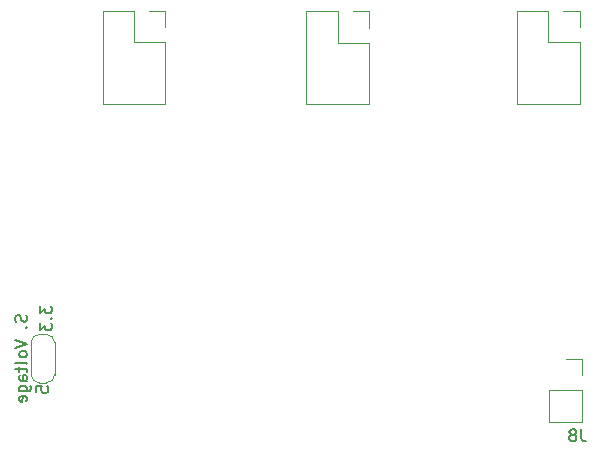
<source format=gbr>
%TF.GenerationSoftware,KiCad,Pcbnew,9.0.3*%
%TF.CreationDate,2025-08-23T19:54:00-03:00*%
%TF.ProjectId,TorqController,546f7271-436f-46e7-9472-6f6c6c65722e,rev?*%
%TF.SameCoordinates,Original*%
%TF.FileFunction,Legend,Bot*%
%TF.FilePolarity,Positive*%
%FSLAX46Y46*%
G04 Gerber Fmt 4.6, Leading zero omitted, Abs format (unit mm)*
G04 Created by KiCad (PCBNEW 9.0.3) date 2025-08-23 19:54:00*
%MOMM*%
%LPD*%
G01*
G04 APERTURE LIST*
%ADD10C,0.150000*%
%ADD11C,0.120000*%
G04 APERTURE END LIST*
D10*
X195133333Y-106054819D02*
X195133333Y-106769104D01*
X195133333Y-106769104D02*
X195180952Y-106911961D01*
X195180952Y-106911961D02*
X195276190Y-107007200D01*
X195276190Y-107007200D02*
X195419047Y-107054819D01*
X195419047Y-107054819D02*
X195514285Y-107054819D01*
X194514285Y-106483390D02*
X194609523Y-106435771D01*
X194609523Y-106435771D02*
X194657142Y-106388152D01*
X194657142Y-106388152D02*
X194704761Y-106292914D01*
X194704761Y-106292914D02*
X194704761Y-106245295D01*
X194704761Y-106245295D02*
X194657142Y-106150057D01*
X194657142Y-106150057D02*
X194609523Y-106102438D01*
X194609523Y-106102438D02*
X194514285Y-106054819D01*
X194514285Y-106054819D02*
X194323809Y-106054819D01*
X194323809Y-106054819D02*
X194228571Y-106102438D01*
X194228571Y-106102438D02*
X194180952Y-106150057D01*
X194180952Y-106150057D02*
X194133333Y-106245295D01*
X194133333Y-106245295D02*
X194133333Y-106292914D01*
X194133333Y-106292914D02*
X194180952Y-106388152D01*
X194180952Y-106388152D02*
X194228571Y-106435771D01*
X194228571Y-106435771D02*
X194323809Y-106483390D01*
X194323809Y-106483390D02*
X194514285Y-106483390D01*
X194514285Y-106483390D02*
X194609523Y-106531009D01*
X194609523Y-106531009D02*
X194657142Y-106578628D01*
X194657142Y-106578628D02*
X194704761Y-106673866D01*
X194704761Y-106673866D02*
X194704761Y-106864342D01*
X194704761Y-106864342D02*
X194657142Y-106959580D01*
X194657142Y-106959580D02*
X194609523Y-107007200D01*
X194609523Y-107007200D02*
X194514285Y-107054819D01*
X194514285Y-107054819D02*
X194323809Y-107054819D01*
X194323809Y-107054819D02*
X194228571Y-107007200D01*
X194228571Y-107007200D02*
X194180952Y-106959580D01*
X194180952Y-106959580D02*
X194133333Y-106864342D01*
X194133333Y-106864342D02*
X194133333Y-106673866D01*
X194133333Y-106673866D02*
X194180952Y-106578628D01*
X194180952Y-106578628D02*
X194228571Y-106531009D01*
X194228571Y-106531009D02*
X194323809Y-106483390D01*
X148157200Y-96383333D02*
X148204819Y-96526190D01*
X148204819Y-96526190D02*
X148204819Y-96764285D01*
X148204819Y-96764285D02*
X148157200Y-96859523D01*
X148157200Y-96859523D02*
X148109580Y-96907142D01*
X148109580Y-96907142D02*
X148014342Y-96954761D01*
X148014342Y-96954761D02*
X147919104Y-96954761D01*
X147919104Y-96954761D02*
X147823866Y-96907142D01*
X147823866Y-96907142D02*
X147776247Y-96859523D01*
X147776247Y-96859523D02*
X147728628Y-96764285D01*
X147728628Y-96764285D02*
X147681009Y-96573809D01*
X147681009Y-96573809D02*
X147633390Y-96478571D01*
X147633390Y-96478571D02*
X147585771Y-96430952D01*
X147585771Y-96430952D02*
X147490533Y-96383333D01*
X147490533Y-96383333D02*
X147395295Y-96383333D01*
X147395295Y-96383333D02*
X147300057Y-96430952D01*
X147300057Y-96430952D02*
X147252438Y-96478571D01*
X147252438Y-96478571D02*
X147204819Y-96573809D01*
X147204819Y-96573809D02*
X147204819Y-96811904D01*
X147204819Y-96811904D02*
X147252438Y-96954761D01*
X148109580Y-97383333D02*
X148157200Y-97430952D01*
X148157200Y-97430952D02*
X148204819Y-97383333D01*
X148204819Y-97383333D02*
X148157200Y-97335714D01*
X148157200Y-97335714D02*
X148109580Y-97383333D01*
X148109580Y-97383333D02*
X148204819Y-97383333D01*
X147204819Y-98478571D02*
X148204819Y-98811904D01*
X148204819Y-98811904D02*
X147204819Y-99145237D01*
X148204819Y-99621428D02*
X148157200Y-99526190D01*
X148157200Y-99526190D02*
X148109580Y-99478571D01*
X148109580Y-99478571D02*
X148014342Y-99430952D01*
X148014342Y-99430952D02*
X147728628Y-99430952D01*
X147728628Y-99430952D02*
X147633390Y-99478571D01*
X147633390Y-99478571D02*
X147585771Y-99526190D01*
X147585771Y-99526190D02*
X147538152Y-99621428D01*
X147538152Y-99621428D02*
X147538152Y-99764285D01*
X147538152Y-99764285D02*
X147585771Y-99859523D01*
X147585771Y-99859523D02*
X147633390Y-99907142D01*
X147633390Y-99907142D02*
X147728628Y-99954761D01*
X147728628Y-99954761D02*
X148014342Y-99954761D01*
X148014342Y-99954761D02*
X148109580Y-99907142D01*
X148109580Y-99907142D02*
X148157200Y-99859523D01*
X148157200Y-99859523D02*
X148204819Y-99764285D01*
X148204819Y-99764285D02*
X148204819Y-99621428D01*
X148204819Y-100526190D02*
X148157200Y-100430952D01*
X148157200Y-100430952D02*
X148061961Y-100383333D01*
X148061961Y-100383333D02*
X147204819Y-100383333D01*
X147538152Y-100764286D02*
X147538152Y-101145238D01*
X147204819Y-100907143D02*
X148061961Y-100907143D01*
X148061961Y-100907143D02*
X148157200Y-100954762D01*
X148157200Y-100954762D02*
X148204819Y-101050000D01*
X148204819Y-101050000D02*
X148204819Y-101145238D01*
X148204819Y-101907143D02*
X147681009Y-101907143D01*
X147681009Y-101907143D02*
X147585771Y-101859524D01*
X147585771Y-101859524D02*
X147538152Y-101764286D01*
X147538152Y-101764286D02*
X147538152Y-101573810D01*
X147538152Y-101573810D02*
X147585771Y-101478572D01*
X148157200Y-101907143D02*
X148204819Y-101811905D01*
X148204819Y-101811905D02*
X148204819Y-101573810D01*
X148204819Y-101573810D02*
X148157200Y-101478572D01*
X148157200Y-101478572D02*
X148061961Y-101430953D01*
X148061961Y-101430953D02*
X147966723Y-101430953D01*
X147966723Y-101430953D02*
X147871485Y-101478572D01*
X147871485Y-101478572D02*
X147823866Y-101573810D01*
X147823866Y-101573810D02*
X147823866Y-101811905D01*
X147823866Y-101811905D02*
X147776247Y-101907143D01*
X147538152Y-102811905D02*
X148347676Y-102811905D01*
X148347676Y-102811905D02*
X148442914Y-102764286D01*
X148442914Y-102764286D02*
X148490533Y-102716667D01*
X148490533Y-102716667D02*
X148538152Y-102621429D01*
X148538152Y-102621429D02*
X148538152Y-102478572D01*
X148538152Y-102478572D02*
X148490533Y-102383334D01*
X148157200Y-102811905D02*
X148204819Y-102716667D01*
X148204819Y-102716667D02*
X148204819Y-102526191D01*
X148204819Y-102526191D02*
X148157200Y-102430953D01*
X148157200Y-102430953D02*
X148109580Y-102383334D01*
X148109580Y-102383334D02*
X148014342Y-102335715D01*
X148014342Y-102335715D02*
X147728628Y-102335715D01*
X147728628Y-102335715D02*
X147633390Y-102383334D01*
X147633390Y-102383334D02*
X147585771Y-102430953D01*
X147585771Y-102430953D02*
X147538152Y-102526191D01*
X147538152Y-102526191D02*
X147538152Y-102716667D01*
X147538152Y-102716667D02*
X147585771Y-102811905D01*
X148157200Y-103669048D02*
X148204819Y-103573810D01*
X148204819Y-103573810D02*
X148204819Y-103383334D01*
X148204819Y-103383334D02*
X148157200Y-103288096D01*
X148157200Y-103288096D02*
X148061961Y-103240477D01*
X148061961Y-103240477D02*
X147681009Y-103240477D01*
X147681009Y-103240477D02*
X147585771Y-103288096D01*
X147585771Y-103288096D02*
X147538152Y-103383334D01*
X147538152Y-103383334D02*
X147538152Y-103573810D01*
X147538152Y-103573810D02*
X147585771Y-103669048D01*
X147585771Y-103669048D02*
X147681009Y-103716667D01*
X147681009Y-103716667D02*
X147776247Y-103716667D01*
X147776247Y-103716667D02*
X147871485Y-103240477D01*
X149304819Y-95602381D02*
X149304819Y-96221428D01*
X149304819Y-96221428D02*
X149685771Y-95888095D01*
X149685771Y-95888095D02*
X149685771Y-96030952D01*
X149685771Y-96030952D02*
X149733390Y-96126190D01*
X149733390Y-96126190D02*
X149781009Y-96173809D01*
X149781009Y-96173809D02*
X149876247Y-96221428D01*
X149876247Y-96221428D02*
X150114342Y-96221428D01*
X150114342Y-96221428D02*
X150209580Y-96173809D01*
X150209580Y-96173809D02*
X150257200Y-96126190D01*
X150257200Y-96126190D02*
X150304819Y-96030952D01*
X150304819Y-96030952D02*
X150304819Y-95745238D01*
X150304819Y-95745238D02*
X150257200Y-95650000D01*
X150257200Y-95650000D02*
X150209580Y-95602381D01*
X150209580Y-96650000D02*
X150257200Y-96697619D01*
X150257200Y-96697619D02*
X150304819Y-96650000D01*
X150304819Y-96650000D02*
X150257200Y-96602381D01*
X150257200Y-96602381D02*
X150209580Y-96650000D01*
X150209580Y-96650000D02*
X150304819Y-96650000D01*
X149304819Y-97030952D02*
X149304819Y-97649999D01*
X149304819Y-97649999D02*
X149685771Y-97316666D01*
X149685771Y-97316666D02*
X149685771Y-97459523D01*
X149685771Y-97459523D02*
X149733390Y-97554761D01*
X149733390Y-97554761D02*
X149781009Y-97602380D01*
X149781009Y-97602380D02*
X149876247Y-97649999D01*
X149876247Y-97649999D02*
X150114342Y-97649999D01*
X150114342Y-97649999D02*
X150209580Y-97602380D01*
X150209580Y-97602380D02*
X150257200Y-97554761D01*
X150257200Y-97554761D02*
X150304819Y-97459523D01*
X150304819Y-97459523D02*
X150304819Y-97173809D01*
X150304819Y-97173809D02*
X150257200Y-97078571D01*
X150257200Y-97078571D02*
X150209580Y-97030952D01*
X149004819Y-102888096D02*
X149004819Y-102411906D01*
X149004819Y-102411906D02*
X149481009Y-102364287D01*
X149481009Y-102364287D02*
X149433390Y-102411906D01*
X149433390Y-102411906D02*
X149385771Y-102507144D01*
X149385771Y-102507144D02*
X149385771Y-102745239D01*
X149385771Y-102745239D02*
X149433390Y-102840477D01*
X149433390Y-102840477D02*
X149481009Y-102888096D01*
X149481009Y-102888096D02*
X149576247Y-102935715D01*
X149576247Y-102935715D02*
X149814342Y-102935715D01*
X149814342Y-102935715D02*
X149909580Y-102888096D01*
X149909580Y-102888096D02*
X149957200Y-102840477D01*
X149957200Y-102840477D02*
X150004819Y-102745239D01*
X150004819Y-102745239D02*
X150004819Y-102507144D01*
X150004819Y-102507144D02*
X149957200Y-102411906D01*
X149957200Y-102411906D02*
X149909580Y-102364287D01*
D11*
%TO.C,J12*%
X154630000Y-70620000D02*
X154630000Y-78460000D01*
X157280000Y-70620000D02*
X154630000Y-70620000D01*
X157280000Y-73270000D02*
X157280000Y-70620000D01*
X159930000Y-70620000D02*
X158550000Y-70620000D01*
X159930000Y-72000000D02*
X159930000Y-70620000D01*
X159930000Y-73270000D02*
X157280000Y-73270000D01*
X159930000Y-73270000D02*
X159930000Y-78460000D01*
X159930000Y-78460000D02*
X154630000Y-78460000D01*
%TO.C,J8*%
X192420000Y-102730000D02*
X192420000Y-105380000D01*
X195180000Y-100080000D02*
X193800000Y-100080000D01*
X195180000Y-101460000D02*
X195180000Y-100080000D01*
X195180000Y-102730000D02*
X192420000Y-102730000D01*
X195180000Y-102730000D02*
X195180000Y-105380000D01*
X195180000Y-105380000D02*
X192420000Y-105380000D01*
%TO.C,J7*%
X171855000Y-70660000D02*
X171855000Y-78500000D01*
X174505000Y-70660000D02*
X171855000Y-70660000D01*
X174505000Y-73310000D02*
X174505000Y-70660000D01*
X177155000Y-70660000D02*
X175775000Y-70660000D01*
X177155000Y-72040000D02*
X177155000Y-70660000D01*
X177155000Y-73310000D02*
X174505000Y-73310000D01*
X177155000Y-73310000D02*
X177155000Y-78500000D01*
X177155000Y-78500000D02*
X171855000Y-78500000D01*
%TO.C,J6*%
X189690000Y-70620000D02*
X189690000Y-78460000D01*
X192340000Y-70620000D02*
X189690000Y-70620000D01*
X192340000Y-73270000D02*
X192340000Y-70620000D01*
X194990000Y-70620000D02*
X193610000Y-70620000D01*
X194990000Y-72000000D02*
X194990000Y-70620000D01*
X194990000Y-73270000D02*
X192340000Y-73270000D01*
X194990000Y-73270000D02*
X194990000Y-78460000D01*
X194990000Y-78460000D02*
X189690000Y-78460000D01*
%TO.C,S. Voltage*%
X148550000Y-98650000D02*
X148550000Y-101450000D01*
X149250000Y-102100000D02*
X149850000Y-102100000D01*
X149850000Y-98000000D02*
X149250000Y-98000000D01*
X150550000Y-101450000D02*
X150550000Y-98650000D01*
X148550000Y-98700000D02*
G75*
G02*
X149250000Y-98000000I699999J1D01*
G01*
X149250000Y-102100000D02*
G75*
G02*
X148550000Y-101400000I0J700000D01*
G01*
X149850000Y-98000000D02*
G75*
G02*
X150550000Y-98700000I1J-699999D01*
G01*
X150550000Y-101400000D02*
G75*
G02*
X149850000Y-102100000I-700000J0D01*
G01*
%TD*%
M02*

</source>
